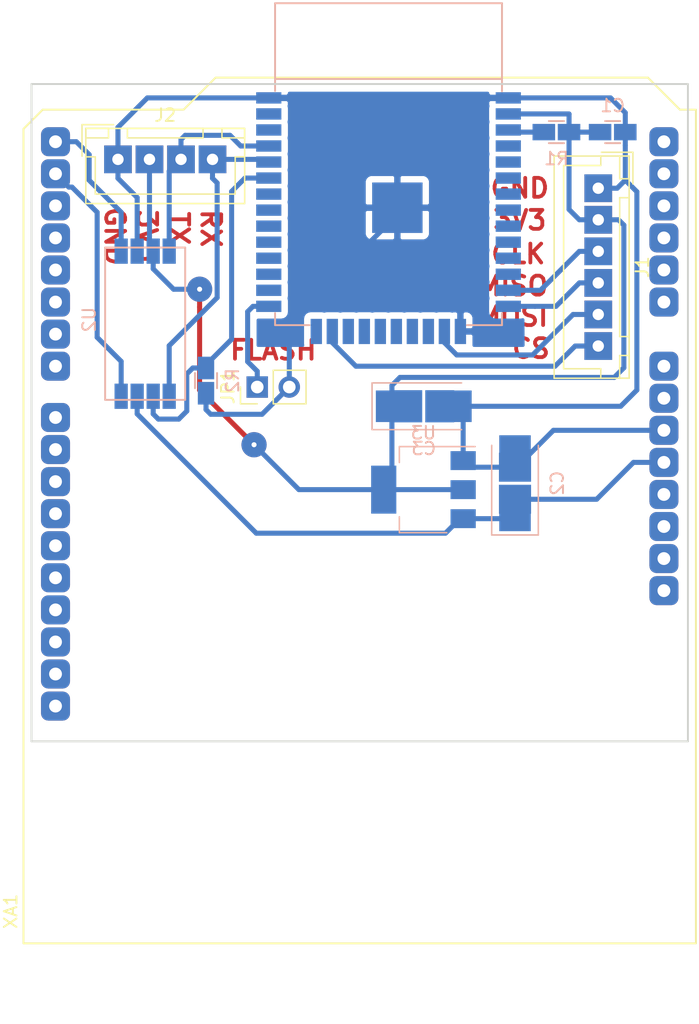
<source format=kicad_pcb>
(kicad_pcb (version 20171130) (host pcbnew "(5.0.0-rc2-dev-575-g4b3772c)")

  (general
    (thickness 1.6)
    (drawings 15)
    (tracks 131)
    (zones 0)
    (modules 12)
    (nets 67)
  )

  (page A4)
  (layers
    (0 F.Cu signal)
    (31 B.Cu signal)
    (32 B.Adhes user)
    (33 F.Adhes user)
    (34 B.Paste user)
    (35 F.Paste user)
    (36 B.SilkS user)
    (37 F.SilkS user)
    (38 B.Mask user)
    (39 F.Mask user)
    (40 Dwgs.User user)
    (41 Cmts.User user)
    (42 Eco1.User user)
    (43 Eco2.User user)
    (44 Edge.Cuts user)
    (45 Margin user)
    (46 B.CrtYd user)
    (47 F.CrtYd user)
    (48 B.Fab user)
    (49 F.Fab user)
  )

  (setup
    (last_trace_width 0.4)
    (trace_clearance 0.19)
    (zone_clearance 0.508)
    (zone_45_only no)
    (trace_min 0.2)
    (segment_width 0.2)
    (edge_width 0.15)
    (via_size 2)
    (via_drill 0.4)
    (via_min_size 0.4)
    (via_min_drill 0.3)
    (uvia_size 0.3)
    (uvia_drill 0.1)
    (uvias_allowed no)
    (uvia_min_size 0.2)
    (uvia_min_drill 0.1)
    (pcb_text_width 0.3)
    (pcb_text_size 1.5 1.5)
    (mod_edge_width 0.15)
    (mod_text_size 1 1)
    (mod_text_width 0.15)
    (pad_size 1.524 1.524)
    (pad_drill 0.762)
    (pad_to_mask_clearance 0.2)
    (aux_axis_origin 0 0)
    (visible_elements FFFFFF7F)
    (pcbplotparams
      (layerselection 0x010fc_ffffffff)
      (usegerberextensions false)
      (usegerberattributes false)
      (usegerberadvancedattributes false)
      (creategerberjobfile false)
      (excludeedgelayer true)
      (linewidth 0.100000)
      (plotframeref false)
      (viasonmask false)
      (mode 1)
      (useauxorigin false)
      (hpglpennumber 1)
      (hpglpenspeed 20)
      (hpglpendiameter 15)
      (psnegative false)
      (psa4output false)
      (plotreference true)
      (plotvalue true)
      (plotinvisibletext false)
      (padsonsilk false)
      (subtractmaskfromsilk false)
      (outputformat 1)
      (mirror false)
      (drillshape 1)
      (scaleselection 1)
      (outputdirectory ""))
  )

  (net 0 "")
  (net 1 GND)
  (net 2 "Net-(XA1-Pad3V3)")
  (net 3 "Net-(XA1-PadAREF)")
  (net 4 "Net-(XA1-PadSDA)")
  (net 5 "Net-(XA1-PadSCL)")
  (net 6 "Net-(J1-Pad5)")
  (net 7 "Net-(J1-Pad4)")
  (net 8 "Net-(J1-Pad3)")
  (net 9 +3V3)
  (net 10 "Net-(R1-Pad1)")
  (net 11 "Net-(U1-Pad4)")
  (net 12 "Net-(U1-Pad5)")
  (net 13 "Net-(U1-Pad6)")
  (net 14 "Net-(U1-Pad7)")
  (net 15 "Net-(U1-Pad8)")
  (net 16 "Net-(U1-Pad9)")
  (net 17 "Net-(U1-Pad10)")
  (net 18 "Net-(U1-Pad11)")
  (net 19 "Net-(U1-Pad12)")
  (net 20 "Net-(U1-Pad17)")
  (net 21 "Net-(U1-Pad18)")
  (net 22 "Net-(U1-Pad19)")
  (net 23 "Net-(U1-Pad20)")
  (net 24 "Net-(U1-Pad21)")
  (net 25 "Net-(U1-Pad22)")
  (net 26 "Net-(U1-Pad24)")
  (net 27 "Net-(JP1-Pad1)")
  (net 28 "Net-(U1-Pad26)")
  (net 29 "Net-(U1-Pad27)")
  (net 30 "Net-(U1-Pad28)")
  (net 31 "Net-(U1-Pad29)")
  (net 32 "Net-(U1-Pad30)")
  (net 33 "Net-(U1-Pad31)")
  (net 34 "Net-(U1-Pad32)")
  (net 35 "Net-(U1-Pad36)")
  (net 36 "Net-(U1-Pad37)")
  (net 37 +5V)
  (net 38 "Net-(XA1-PadVIN)")
  (net 39 "Net-(XA1-PadA0)")
  (net 40 "Net-(XA1-PadA1)")
  (net 41 "Net-(XA1-PadA2)")
  (net 42 "Net-(XA1-PadA3)")
  (net 43 "Net-(XA1-PadA4)")
  (net 44 "Net-(XA1-PadA5)")
  (net 45 "Net-(XA1-PadRST1)")
  (net 46 "Net-(XA1-PadIORF)")
  (net 47 "Net-(XA1-PadD2)")
  (net 48 "Net-(XA1-PadD3)")
  (net 49 "Net-(XA1-PadD4)")
  (net 50 "Net-(XA1-PadD5)")
  (net 51 "Net-(XA1-PadD6)")
  (net 52 "Net-(XA1-PadD7)")
  (net 53 "Net-(XA1-PadD8)")
  (net 54 "Net-(XA1-PadD9)")
  (net 55 "Net-(XA1-PadD10)")
  (net 56 "Net-(XA1-PadD13)")
  (net 57 "Net-(XA1-PadD12)")
  (net 58 "Net-(XA1-PadD11)")
  (net 59 "Net-(XA1-PadGND1)")
  (net 60 "Net-(XA1-PadGND3)")
  (net 61 "Net-(R2-Pad2)")
  (net 62 ARDUINO_RX)
  (net 63 ESP_TX)
  (net 64 ESP_RX)
  (net 65 ARDUINO_TX)
  (net 66 "Net-(J1-Pad6)")

  (net_class Default "This is the default net class."
    (clearance 0.19)
    (trace_width 0.4)
    (via_dia 2)
    (via_drill 0.4)
    (uvia_dia 0.3)
    (uvia_drill 0.1)
    (add_net +3V3)
    (add_net +5V)
    (add_net ARDUINO_RX)
    (add_net ARDUINO_TX)
    (add_net ESP_RX)
    (add_net ESP_TX)
    (add_net GND)
    (add_net "Net-(J1-Pad3)")
    (add_net "Net-(J1-Pad4)")
    (add_net "Net-(J1-Pad5)")
    (add_net "Net-(J1-Pad6)")
    (add_net "Net-(JP1-Pad1)")
    (add_net "Net-(R1-Pad1)")
    (add_net "Net-(R2-Pad2)")
    (add_net "Net-(U1-Pad10)")
    (add_net "Net-(U1-Pad11)")
    (add_net "Net-(U1-Pad12)")
    (add_net "Net-(U1-Pad17)")
    (add_net "Net-(U1-Pad18)")
    (add_net "Net-(U1-Pad19)")
    (add_net "Net-(U1-Pad20)")
    (add_net "Net-(U1-Pad21)")
    (add_net "Net-(U1-Pad22)")
    (add_net "Net-(U1-Pad24)")
    (add_net "Net-(U1-Pad26)")
    (add_net "Net-(U1-Pad27)")
    (add_net "Net-(U1-Pad28)")
    (add_net "Net-(U1-Pad29)")
    (add_net "Net-(U1-Pad30)")
    (add_net "Net-(U1-Pad31)")
    (add_net "Net-(U1-Pad32)")
    (add_net "Net-(U1-Pad36)")
    (add_net "Net-(U1-Pad37)")
    (add_net "Net-(U1-Pad4)")
    (add_net "Net-(U1-Pad5)")
    (add_net "Net-(U1-Pad6)")
    (add_net "Net-(U1-Pad7)")
    (add_net "Net-(U1-Pad8)")
    (add_net "Net-(U1-Pad9)")
    (add_net "Net-(XA1-Pad3V3)")
    (add_net "Net-(XA1-PadA0)")
    (add_net "Net-(XA1-PadA1)")
    (add_net "Net-(XA1-PadA2)")
    (add_net "Net-(XA1-PadA3)")
    (add_net "Net-(XA1-PadA4)")
    (add_net "Net-(XA1-PadA5)")
    (add_net "Net-(XA1-PadAREF)")
    (add_net "Net-(XA1-PadD10)")
    (add_net "Net-(XA1-PadD11)")
    (add_net "Net-(XA1-PadD12)")
    (add_net "Net-(XA1-PadD13)")
    (add_net "Net-(XA1-PadD2)")
    (add_net "Net-(XA1-PadD3)")
    (add_net "Net-(XA1-PadD4)")
    (add_net "Net-(XA1-PadD5)")
    (add_net "Net-(XA1-PadD6)")
    (add_net "Net-(XA1-PadD7)")
    (add_net "Net-(XA1-PadD8)")
    (add_net "Net-(XA1-PadD9)")
    (add_net "Net-(XA1-PadGND1)")
    (add_net "Net-(XA1-PadGND3)")
    (add_net "Net-(XA1-PadIORF)")
    (add_net "Net-(XA1-PadRST1)")
    (add_net "Net-(XA1-PadSCL)")
    (add_net "Net-(XA1-PadSDA)")
    (add_net "Net-(XA1-PadVIN)")
  )

  (module coddingtonbear/coddingtonbear.pretty:JST_XH_B06B-XH-A_06x2.50mm_Straight_LargePads (layer F.Cu) (tedit 5A888AF4) (tstamp 5B1E48A7)
    (at 161.798 81.915 270)
    (descr "JST XH series connector, B06B-XH-A, top entry type, through hole")
    (tags "connector jst xh tht top vertical 2.50mm")
    (path /5AEC243A)
    (fp_text reference J1 (at 6.25 -3.5 270) (layer F.SilkS)
      (effects (font (size 1 1) (thickness 0.15)))
    )
    (fp_text value HSPI (at 6.25 4.5 270) (layer F.Fab)
      (effects (font (size 1 1) (thickness 0.15)))
    )
    (fp_text user %R (at 6.25 2.5 270) (layer F.Fab)
      (effects (font (size 1 1) (thickness 0.15)))
    )
    (fp_line (start -2.85 -2.75) (end -2.85 -0.25) (layer F.Fab) (width 0.1))
    (fp_line (start -0.35 -2.75) (end -2.85 -2.75) (layer F.Fab) (width 0.1))
    (fp_line (start -2.85 -2.75) (end -2.85 -0.25) (layer F.SilkS) (width 0.12))
    (fp_line (start -0.35 -2.75) (end -2.85 -2.75) (layer F.SilkS) (width 0.12))
    (fp_line (start 14.3 2.75) (end 6.25 2.75) (layer F.SilkS) (width 0.12))
    (fp_line (start 14.3 -0.2) (end 14.3 2.75) (layer F.SilkS) (width 0.12))
    (fp_line (start 15.05 -0.2) (end 14.3 -0.2) (layer F.SilkS) (width 0.12))
    (fp_line (start -1.8 2.75) (end 6.25 2.75) (layer F.SilkS) (width 0.12))
    (fp_line (start -1.8 -0.2) (end -1.8 2.75) (layer F.SilkS) (width 0.12))
    (fp_line (start -2.55 -0.2) (end -1.8 -0.2) (layer F.SilkS) (width 0.12))
    (fp_line (start 15.05 -2.45) (end 13.25 -2.45) (layer F.SilkS) (width 0.12))
    (fp_line (start 15.05 -1.7) (end 15.05 -2.45) (layer F.SilkS) (width 0.12))
    (fp_line (start 13.25 -1.7) (end 15.05 -1.7) (layer F.SilkS) (width 0.12))
    (fp_line (start 13.25 -2.45) (end 13.25 -1.7) (layer F.SilkS) (width 0.12))
    (fp_line (start -0.75 -2.45) (end -2.55 -2.45) (layer F.SilkS) (width 0.12))
    (fp_line (start -0.75 -1.7) (end -0.75 -2.45) (layer F.SilkS) (width 0.12))
    (fp_line (start -2.55 -1.7) (end -0.75 -1.7) (layer F.SilkS) (width 0.12))
    (fp_line (start -2.55 -2.45) (end -2.55 -1.7) (layer F.SilkS) (width 0.12))
    (fp_line (start 11.75 -2.45) (end 0.75 -2.45) (layer F.SilkS) (width 0.12))
    (fp_line (start 11.75 -1.7) (end 11.75 -2.45) (layer F.SilkS) (width 0.12))
    (fp_line (start 0.75 -1.7) (end 11.75 -1.7) (layer F.SilkS) (width 0.12))
    (fp_line (start 0.75 -2.45) (end 0.75 -1.7) (layer F.SilkS) (width 0.12))
    (fp_line (start 15.05 -2.45) (end -2.55 -2.45) (layer F.SilkS) (width 0.12))
    (fp_line (start 15.05 3.5) (end 15.05 -2.45) (layer F.SilkS) (width 0.12))
    (fp_line (start -2.55 3.5) (end 15.05 3.5) (layer F.SilkS) (width 0.12))
    (fp_line (start -2.55 -2.45) (end -2.55 3.5) (layer F.SilkS) (width 0.12))
    (fp_line (start 15.4 -2.85) (end -2.95 -2.85) (layer F.CrtYd) (width 0.05))
    (fp_line (start 15.4 3.9) (end 15.4 -2.85) (layer F.CrtYd) (width 0.05))
    (fp_line (start -2.95 3.9) (end 15.4 3.9) (layer F.CrtYd) (width 0.05))
    (fp_line (start -2.95 -2.85) (end -2.95 3.9) (layer F.CrtYd) (width 0.05))
    (fp_line (start 14.95 -2.35) (end -2.45 -2.35) (layer F.Fab) (width 0.1))
    (fp_line (start 14.95 3.4) (end 14.95 -2.35) (layer F.Fab) (width 0.1))
    (fp_line (start -2.45 3.4) (end 14.95 3.4) (layer F.Fab) (width 0.1))
    (fp_line (start -2.45 -2.35) (end -2.45 3.4) (layer F.Fab) (width 0.1))
    (pad 6 thru_hole rect (at 12.5 0 270) (size 2.2 2.2) (drill 0.9) (layers *.Cu *.Mask)
      (net 66 "Net-(J1-Pad6)"))
    (pad 5 thru_hole rect (at 10 0 270) (size 2.2 2.2) (drill 0.9) (layers *.Cu *.Mask)
      (net 6 "Net-(J1-Pad5)"))
    (pad 4 thru_hole rect (at 7.5 0 270) (size 2.2 2.2) (drill 0.9) (layers *.Cu *.Mask)
      (net 7 "Net-(J1-Pad4)"))
    (pad 3 thru_hole rect (at 5 0 270) (size 2.2 2.2) (drill 0.9) (layers *.Cu *.Mask)
      (net 8 "Net-(J1-Pad3)"))
    (pad 2 thru_hole rect (at 2.5 0 270) (size 2.2 2.2) (drill 0.9) (layers *.Cu *.Mask)
      (net 9 +3V3))
    (pad 1 thru_hole rect (at 0 0 270) (size 2.2 2.2) (drill 0.9) (layers *.Cu *.Mask)
      (net 1 GND))
    (model Connectors_JST.3dshapes/JST_XH_B06B-XH-A_06x2.50mm_Straight.wrl
      (at (xyz 0 0 0))
      (scale (xyz 1 1 1))
      (rotate (xyz 0 0 0))
    )
  )

  (module Alarm-Siren/Arduino.pretty:Arduino_Uno_Shield_LargePads (layer F.Cu) (tedit 5AEBA0BD) (tstamp 5B1E1092)
    (at 169.545 141.732 90)
    (descr https://store.arduino.cc/arduino-uno-rev3)
    (path /5AEB697B)
    (fp_text reference XA1 (at 2.54 -54.356 90) (layer F.SilkS)
      (effects (font (size 1 1) (thickness 0.15)))
    )
    (fp_text value Arduino_Uno_Shield (at 15.494 -54.356 90) (layer F.Fab)
      (effects (font (size 1 1) (thickness 0.15)))
    )
    (fp_line (start 9.525 -32.385) (end -6.35 -32.385) (layer B.CrtYd) (width 0.15))
    (fp_line (start 9.525 -43.815) (end -6.35 -43.815) (layer B.CrtYd) (width 0.15))
    (fp_line (start 9.525 -43.815) (end 9.525 -32.385) (layer B.CrtYd) (width 0.15))
    (fp_line (start -6.35 -43.815) (end -6.35 -32.385) (layer B.CrtYd) (width 0.15))
    (fp_line (start 11.43 -12.065) (end 11.43 -3.175) (layer B.CrtYd) (width 0.15))
    (fp_line (start -1.905 -3.175) (end 11.43 -3.175) (layer B.CrtYd) (width 0.15))
    (fp_line (start -1.905 -12.065) (end -1.905 -3.175) (layer B.CrtYd) (width 0.15))
    (fp_line (start -1.905 -12.065) (end 11.43 -12.065) (layer B.CrtYd) (width 0.15))
    (fp_line (start 0 -53.34) (end 0 0) (layer F.SilkS) (width 0.15))
    (fp_line (start 66.04 -40.64) (end 66.04 -51.816) (layer F.SilkS) (width 0.15))
    (fp_line (start 68.58 -38.1) (end 66.04 -40.64) (layer F.SilkS) (width 0.15))
    (fp_line (start 68.58 -3.81) (end 68.58 -38.1) (layer F.SilkS) (width 0.15))
    (fp_line (start 66.04 -1.27) (end 68.58 -3.81) (layer F.SilkS) (width 0.15))
    (fp_line (start 66.04 0) (end 66.04 -1.27) (layer F.SilkS) (width 0.15))
    (fp_line (start 64.516 -53.34) (end 66.04 -51.816) (layer F.SilkS) (width 0.15))
    (fp_line (start 0 0) (end 66.04 0) (layer F.SilkS) (width 0.15))
    (fp_line (start 0 -53.34) (end 64.516 -53.34) (layer F.SilkS) (width 0.15))
    (pad A0 thru_hole roundrect (at 50.8 -2.54 90) (size 2.3 2.3) (drill 1.016) (layers *.Cu *.Mask)(roundrect_rratio 0.25)
      (net 39 "Net-(XA1-PadA0)"))
    (pad VIN thru_hole roundrect (at 45.72 -2.54 90) (size 2.3 2.3) (drill 1.016) (layers *.Cu *.Mask)(roundrect_rratio 0.25)
      (net 38 "Net-(XA1-PadVIN)"))
    (pad GND3 thru_hole roundrect (at 43.18 -2.54 90) (size 2.3 2.3) (drill 1.016) (layers *.Cu *.Mask)(roundrect_rratio 0.25)
      (net 60 "Net-(XA1-PadGND3)"))
    (pad GND2 thru_hole roundrect (at 40.64 -2.54 90) (size 2.3 2.3) (drill 1.016) (layers *.Cu *.Mask)(roundrect_rratio 0.25)
      (net 1 GND))
    (pad 5V1 thru_hole roundrect (at 38.1 -2.54 90) (size 2.3 2.3) (drill 1.016) (layers *.Cu *.Mask)(roundrect_rratio 0.25)
      (net 37 +5V))
    (pad 3V3 thru_hole roundrect (at 35.56 -2.54 90) (size 2.3 2.3) (drill 1.016) (layers *.Cu *.Mask)(roundrect_rratio 0.25)
      (net 2 "Net-(XA1-Pad3V3)"))
    (pad RST1 thru_hole roundrect (at 33.02 -2.54 90) (size 2.3 2.3) (drill 1.016) (layers *.Cu *.Mask)(roundrect_rratio 0.25)
      (net 45 "Net-(XA1-PadRST1)"))
    (pad IORF thru_hole roundrect (at 30.48 -2.54 90) (size 2.3 2.3) (drill 1.016) (layers *.Cu *.Mask)(roundrect_rratio 0.25)
      (net 46 "Net-(XA1-PadIORF)"))
    (pad D0 thru_hole roundrect (at 63.5 -50.8 90) (size 2.3 2.3) (drill 1.016) (layers *.Cu *.Mask)(roundrect_rratio 0.25)
      (net 62 ARDUINO_RX))
    (pad D1 thru_hole roundrect (at 60.96 -50.8 90) (size 2.3 2.3) (drill 1.016) (layers *.Cu *.Mask)(roundrect_rratio 0.25)
      (net 65 ARDUINO_TX))
    (pad D2 thru_hole roundrect (at 58.42 -50.8 90) (size 2.3 2.3) (drill 1.016) (layers *.Cu *.Mask)(roundrect_rratio 0.25)
      (net 47 "Net-(XA1-PadD2)"))
    (pad D3 thru_hole roundrect (at 55.88 -50.8 90) (size 2.3 2.3) (drill 1.016) (layers *.Cu *.Mask)(roundrect_rratio 0.25)
      (net 48 "Net-(XA1-PadD3)"))
    (pad D4 thru_hole roundrect (at 53.34 -50.8 90) (size 2.3 2.3) (drill 1.016) (layers *.Cu *.Mask)(roundrect_rratio 0.25)
      (net 49 "Net-(XA1-PadD4)"))
    (pad D5 thru_hole roundrect (at 50.8 -50.8 90) (size 2.3 2.3) (drill 1.016) (layers *.Cu *.Mask)(roundrect_rratio 0.25)
      (net 50 "Net-(XA1-PadD5)"))
    (pad D6 thru_hole roundrect (at 48.26 -50.8 90) (size 2.3 2.3) (drill 1.016) (layers *.Cu *.Mask)(roundrect_rratio 0.25)
      (net 51 "Net-(XA1-PadD6)"))
    (pad D7 thru_hole roundrect (at 45.72 -50.8 90) (size 2.3 2.3) (drill 1.016) (layers *.Cu *.Mask)(roundrect_rratio 0.25)
      (net 52 "Net-(XA1-PadD7)"))
    (pad GND1 thru_hole roundrect (at 26.416 -50.8 90) (size 2.3 2.3) (drill 1.016) (layers *.Cu *.Mask)(roundrect_rratio 0.25)
      (net 59 "Net-(XA1-PadGND1)"))
    (pad D8 thru_hole roundrect (at 41.656 -50.8 90) (size 2.3 2.3) (drill 1.016) (layers *.Cu *.Mask)(roundrect_rratio 0.25)
      (net 53 "Net-(XA1-PadD8)"))
    (pad D9 thru_hole roundrect (at 39.116 -50.8 90) (size 2.3 2.3) (drill 1.016) (layers *.Cu *.Mask)(roundrect_rratio 0.25)
      (net 54 "Net-(XA1-PadD9)"))
    (pad D10 thru_hole roundrect (at 36.576 -50.8 90) (size 2.3 2.3) (drill 1.016) (layers *.Cu *.Mask)(roundrect_rratio 0.25)
      (net 55 "Net-(XA1-PadD10)"))
    (pad SCL thru_hole roundrect (at 18.796 -50.8 90) (size 2.3 2.3) (drill 1.016) (layers *.Cu *.Mask)(roundrect_rratio 0.25)
      (net 5 "Net-(XA1-PadSCL)"))
    (pad SDA thru_hole roundrect (at 21.336 -50.8 90) (size 2.3 2.3) (drill 1.016) (layers *.Cu *.Mask)(roundrect_rratio 0.25)
      (net 4 "Net-(XA1-PadSDA)"))
    (pad AREF thru_hole roundrect (at 23.876 -50.8 90) (size 2.3 2.3) (drill 1.016) (layers *.Cu *.Mask)(roundrect_rratio 0.25)
      (net 3 "Net-(XA1-PadAREF)"))
    (pad D13 thru_hole roundrect (at 28.956 -50.8 90) (size 2.3 2.3) (drill 1.016) (layers *.Cu *.Mask)(roundrect_rratio 0.25)
      (net 56 "Net-(XA1-PadD13)"))
    (pad D12 thru_hole roundrect (at 31.496 -50.8 90) (size 2.3 2.3) (drill 1.016) (layers *.Cu *.Mask)(roundrect_rratio 0.25)
      (net 57 "Net-(XA1-PadD12)"))
    (pad D11 thru_hole roundrect (at 34.036 -50.8 90) (size 2.3 2.3) (drill 1.016) (layers *.Cu *.Mask)(roundrect_rratio 0.25)
      (net 58 "Net-(XA1-PadD11)"))
    (pad "" thru_hole roundrect (at 27.94 -2.54 90) (size 2.3 2.3) (drill 1.016) (layers *.Cu *.Mask)(roundrect_rratio 0.25))
    (pad A1 thru_hole roundrect (at 53.34 -2.54 90) (size 2.3 2.3) (drill 1.016) (layers *.Cu *.Mask)(roundrect_rratio 0.25)
      (net 40 "Net-(XA1-PadA1)"))
    (pad A2 thru_hole roundrect (at 55.88 -2.54 90) (size 2.3 2.3) (drill 1.016) (layers *.Cu *.Mask)(roundrect_rratio 0.25)
      (net 41 "Net-(XA1-PadA2)"))
    (pad A3 thru_hole roundrect (at 58.42 -2.54 90) (size 2.3 2.3) (drill 1.016) (layers *.Cu *.Mask)(roundrect_rratio 0.25)
      (net 42 "Net-(XA1-PadA3)"))
    (pad A4 thru_hole roundrect (at 60.96 -2.54 90) (size 2.3 2.3) (drill 1.016) (layers *.Cu *.Mask)(roundrect_rratio 0.25)
      (net 43 "Net-(XA1-PadA4)"))
    (pad A5 thru_hole roundrect (at 63.5 -2.54 90) (size 2.3 2.3) (drill 1.016) (layers *.Cu *.Mask)(roundrect_rratio 0.25)
      (net 44 "Net-(XA1-PadA5)"))
  )

  (module coddingtonbear/coddingtonbear.pretty:0805_Milling (layer B.Cu) (tedit 5A864972) (tstamp 5B1E2412)
    (at 130.683 97.155 90)
    (descr "Resistor SMD 0805, reflow soldering, Vishay (see dcrcw.pdf)")
    (tags "resistor 0805")
    (path /5AEBED22)
    (attr smd)
    (fp_text reference R2 (at 0 2.1 90) (layer B.SilkS)
      (effects (font (size 1 1) (thickness 0.15)) (justify mirror))
    )
    (fp_text value 10k (at 0 -2.1 90) (layer B.Fab)
      (effects (font (size 1 1) (thickness 0.15)) (justify mirror))
    )
    (fp_line (start -0.6 0.875) (end 0.6 0.875) (layer B.SilkS) (width 0.15))
    (fp_line (start 0.6 -0.875) (end -0.6 -0.875) (layer B.SilkS) (width 0.15))
    (pad 2 smd rect (at 1 0 90) (size 1.79 1.3) (layers B.Cu B.Paste B.Mask)
      (net 61 "Net-(R2-Pad2)"))
    (pad 1 smd rect (at -1 0 90) (size 1.79 1.3) (layers B.Cu B.Paste B.Mask)
      (net 1 GND))
    (model Resistors_SMD.3dshapes/R_0805.wrl
      (at (xyz 0 0 0))
      (scale (xyz 1 1 1))
      (rotate (xyz 0 0 0))
    )
  )

  (module coddingtonbear/coddingtonbear.pretty:0805_Milling (layer B.Cu) (tedit 5A864972) (tstamp 5B1E2404)
    (at 158.48 77.47)
    (descr "Resistor SMD 0805, reflow soldering, Vishay (see dcrcw.pdf)")
    (tags "resistor 0805")
    (path /5AEB7F08)
    (attr smd)
    (fp_text reference R1 (at 0 2.1) (layer B.SilkS)
      (effects (font (size 1 1) (thickness 0.15)) (justify mirror))
    )
    (fp_text value 10k (at 0 -2.1) (layer B.Fab)
      (effects (font (size 1 1) (thickness 0.15)) (justify mirror))
    )
    (fp_line (start 0.6 -0.875) (end -0.6 -0.875) (layer B.SilkS) (width 0.15))
    (fp_line (start -0.6 0.875) (end 0.6 0.875) (layer B.SilkS) (width 0.15))
    (pad 1 smd rect (at -1 0) (size 1.79 1.3) (layers B.Cu B.Paste B.Mask)
      (net 10 "Net-(R1-Pad1)"))
    (pad 2 smd rect (at 1 0) (size 1.79 1.3) (layers B.Cu B.Paste B.Mask)
      (net 9 +3V3))
    (model Resistors_SMD.3dshapes/R_0805.wrl
      (at (xyz 0 0 0))
      (scale (xyz 1 1 1))
      (rotate (xyz 0 0 0))
    )
  )

  (module coddingtonbear/coddingtonbear.pretty:0805_Milling (layer B.Cu) (tedit 5A864972) (tstamp 5B1E23FD)
    (at 162.941 77.47 180)
    (descr "Resistor SMD 0805, reflow soldering, Vishay (see dcrcw.pdf)")
    (tags "resistor 0805")
    (path /5AEB6D8C)
    (attr smd)
    (fp_text reference C1 (at 0 2.1 180) (layer B.SilkS)
      (effects (font (size 1 1) (thickness 0.15)) (justify mirror))
    )
    (fp_text value 0.1u (at 0 -2.1 180) (layer B.Fab)
      (effects (font (size 1 1) (thickness 0.15)) (justify mirror))
    )
    (fp_line (start -0.6 0.875) (end 0.6 0.875) (layer B.SilkS) (width 0.15))
    (fp_line (start 0.6 -0.875) (end -0.6 -0.875) (layer B.SilkS) (width 0.15))
    (pad 2 smd rect (at 1 0 180) (size 1.79 1.3) (layers B.Cu B.Paste B.Mask)
      (net 9 +3V3))
    (pad 1 smd rect (at -1 0 180) (size 1.79 1.3) (layers B.Cu B.Paste B.Mask)
      (net 1 GND))
    (model Resistors_SMD.3dshapes/R_0805.wrl
      (at (xyz 0 0 0))
      (scale (xyz 1 1 1))
      (rotate (xyz 0 0 0))
    )
  )

  (module coddingtonbear/coddingtonbear.pretty:CP_Tantalum_Case-C_EIA-6032-28_Milling (layer B.Cu) (tedit 5A8644B8) (tstamp 5B0555F2)
    (at 147.955 99.187)
    (descr "Tantalum capacitor, Case C, EIA 6032-28, 6.0x3.2x2.5mm, Reflow soldering footprint")
    (tags "capacitor tantalum smd")
    (path /5AEBA08E)
    (attr smd)
    (fp_text reference C3 (at 0 3.35) (layer B.SilkS)
      (effects (font (size 1 1) (thickness 0.15)) (justify mirror))
    )
    (fp_text value 1u (at 0 -3.35) (layer B.Fab)
      (effects (font (size 1 1) (thickness 0.15)) (justify mirror))
    )
    (fp_line (start -4.1 1.85) (end -4.1 -1.85) (layer B.SilkS) (width 0.12))
    (fp_line (start -4.1 -1.85) (end 3 -1.85) (layer B.SilkS) (width 0.12))
    (fp_line (start -4.1 1.85) (end 3 1.85) (layer B.SilkS) (width 0.12))
    (fp_line (start -2.1 1.6) (end -2.1 -1.6) (layer B.Fab) (width 0.1))
    (fp_line (start -2.4 1.6) (end -2.4 -1.6) (layer B.Fab) (width 0.1))
    (fp_line (start 3 1.6) (end -3 1.6) (layer B.Fab) (width 0.1))
    (fp_line (start 3 -1.6) (end 3 1.6) (layer B.Fab) (width 0.1))
    (fp_line (start -3 -1.6) (end 3 -1.6) (layer B.Fab) (width 0.1))
    (fp_line (start -3 1.6) (end -3 -1.6) (layer B.Fab) (width 0.1))
    (fp_line (start 4.2 2) (end -4.2 2) (layer B.CrtYd) (width 0.05))
    (fp_line (start 4.2 -2) (end 4.2 2) (layer B.CrtYd) (width 0.05))
    (fp_line (start -4.2 -2) (end 4.2 -2) (layer B.CrtYd) (width 0.05))
    (fp_line (start -4.2 2) (end -4.2 -2) (layer B.CrtYd) (width 0.05))
    (pad 2 smd rect (at 1.27 0) (size 2.3 2.55) (layers B.Cu B.Paste B.Mask)
      (net 1 GND))
    (pad 1 smd rect (at -1.27 0) (size 2.3 2.55) (layers B.Cu B.Paste B.Mask)
      (net 9 +3V3))
    (pad 2 smd rect (at 2.525 0) (size 2.55 2.5) (layers B.Cu B.Paste B.Mask)
      (net 1 GND))
    (pad 1 smd rect (at -2.525 0) (size 2.55 2.5) (layers B.Cu B.Paste B.Mask)
      (net 9 +3V3))
    (model Capacitors_Tantalum_SMD.3dshapes/CP_Tantalum_Case-C_EIA-6032-28.wrl
      (at (xyz 0 0 0))
      (scale (xyz 1 1 1))
      (rotate (xyz 0 0 0))
    )
  )

  (module coddingtonbear/coddingtonbear.pretty:CP_Tantalum_Case-C_EIA-6032-28_Milling (layer B.Cu) (tedit 5A8644B8) (tstamp 5B0555DD)
    (at 155.194 105.283 90)
    (descr "Tantalum capacitor, Case C, EIA 6032-28, 6.0x3.2x2.5mm, Reflow soldering footprint")
    (tags "capacitor tantalum smd")
    (path /5AEB9FEE)
    (attr smd)
    (fp_text reference C2 (at 0 3.35 90) (layer B.SilkS)
      (effects (font (size 1 1) (thickness 0.15)) (justify mirror))
    )
    (fp_text value 1u (at 0 -3.35 90) (layer B.Fab)
      (effects (font (size 1 1) (thickness 0.15)) (justify mirror))
    )
    (fp_line (start -4.2 2) (end -4.2 -2) (layer B.CrtYd) (width 0.05))
    (fp_line (start -4.2 -2) (end 4.2 -2) (layer B.CrtYd) (width 0.05))
    (fp_line (start 4.2 -2) (end 4.2 2) (layer B.CrtYd) (width 0.05))
    (fp_line (start 4.2 2) (end -4.2 2) (layer B.CrtYd) (width 0.05))
    (fp_line (start -3 1.6) (end -3 -1.6) (layer B.Fab) (width 0.1))
    (fp_line (start -3 -1.6) (end 3 -1.6) (layer B.Fab) (width 0.1))
    (fp_line (start 3 -1.6) (end 3 1.6) (layer B.Fab) (width 0.1))
    (fp_line (start 3 1.6) (end -3 1.6) (layer B.Fab) (width 0.1))
    (fp_line (start -2.4 1.6) (end -2.4 -1.6) (layer B.Fab) (width 0.1))
    (fp_line (start -2.1 1.6) (end -2.1 -1.6) (layer B.Fab) (width 0.1))
    (fp_line (start -4.1 1.85) (end 3 1.85) (layer B.SilkS) (width 0.12))
    (fp_line (start -4.1 -1.85) (end 3 -1.85) (layer B.SilkS) (width 0.12))
    (fp_line (start -4.1 1.85) (end -4.1 -1.85) (layer B.SilkS) (width 0.12))
    (pad 1 smd rect (at -2.525 0 90) (size 2.55 2.5) (layers B.Cu B.Paste B.Mask)
      (net 37 +5V))
    (pad 2 smd rect (at 2.525 0 90) (size 2.55 2.5) (layers B.Cu B.Paste B.Mask)
      (net 1 GND))
    (pad 1 smd rect (at -1.27 0 90) (size 2.3 2.55) (layers B.Cu B.Paste B.Mask)
      (net 37 +5V))
    (pad 2 smd rect (at 1.27 0 90) (size 2.3 2.55) (layers B.Cu B.Paste B.Mask)
      (net 1 GND))
    (model Capacitors_Tantalum_SMD.3dshapes/CP_Tantalum_Case-C_EIA-6032-28.wrl
      (at (xyz 0 0 0))
      (scale (xyz 1 1 1))
      (rotate (xyz 0 0 0))
    )
  )

  (module kicad-castellated-breakouts:SSOP8-1.27MM-CASTELLATED (layer B.Cu) (tedit 5A3B5D8D) (tstamp 5B475E87)
    (at 125.222 92.329 270)
    (path /5AEB722B)
    (fp_text reference U2 (at 0 3.81 270) (layer B.SilkS)
      (effects (font (size 1 1) (thickness 0.15)) (justify mirror))
    )
    (fp_text value TXS0102-DIL (at 0 -5.08 270) (layer B.Fab)
      (effects (font (size 1 1) (thickness 0.15)) (justify mirror))
    )
    (fp_line (start -5.715 2.54) (end 6.35 2.54) (layer B.SilkS) (width 0.15))
    (fp_line (start 6.35 2.54) (end 6.35 -3.81) (layer B.SilkS) (width 0.15))
    (fp_line (start 6.35 -3.81) (end -5.715 -3.81) (layer B.SilkS) (width 0.15))
    (fp_line (start -5.715 -3.81) (end -5.715 2.54) (layer B.SilkS) (width 0.15))
    (pad 1 smd rect (at -5.43 1.27 270) (size 2 1.05) (layers B.Cu B.Paste B.Mask)
      (net 62 ARDUINO_RX))
    (pad 2 smd rect (at -5.43 0 270) (size 2 1.05) (layers B.Cu B.Paste B.Mask)
      (net 1 GND))
    (pad 3 smd rect (at -5.43 -1.27 270) (size 2 1.05) (layers B.Cu B.Paste B.Mask)
      (net 9 +3V3))
    (pad 4 smd rect (at -5.43 -2.54 270) (size 2 1.05) (layers B.Cu B.Paste B.Mask)
      (net 63 ESP_TX))
    (pad 5 smd rect (at 6.065 -2.54 270) (size 2 1.05) (layers B.Cu B.Paste B.Mask)
      (net 64 ESP_RX))
    (pad 6 smd rect (at 6.065 -1.27 270) (size 2 1.05) (layers B.Cu B.Paste B.Mask)
      (net 61 "Net-(R2-Pad2)"))
    (pad 7 smd rect (at 6.065 0 270) (size 2 1.05) (layers B.Cu B.Paste B.Mask)
      (net 37 +5V))
    (pad 8 smd rect (at 6.065 1.27 270) (size 2 1.05) (layers B.Cu B.Paste B.Mask)
      (net 65 ARDUINO_TX))
  )

  (module KiCad/Pin_Headers.pretty:Pin_Header_Straight_1x02_Pitch2.54mm (layer F.Cu) (tedit 59650532) (tstamp 5B353925)
    (at 134.747 97.663 90)
    (descr "Through hole straight pin header, 1x02, 2.54mm pitch, single row")
    (tags "Through hole pin header THT 1x02 2.54mm single row")
    (path /5AEBA2C7)
    (fp_text reference JP1 (at 0 -2.33 90) (layer F.SilkS)
      (effects (font (size 1 1) (thickness 0.15)))
    )
    (fp_text value Jumper (at 0 4.87 90) (layer F.Fab)
      (effects (font (size 1 1) (thickness 0.15)))
    )
    (fp_line (start -0.635 -1.27) (end 1.27 -1.27) (layer F.Fab) (width 0.1))
    (fp_line (start 1.27 -1.27) (end 1.27 3.81) (layer F.Fab) (width 0.1))
    (fp_line (start 1.27 3.81) (end -1.27 3.81) (layer F.Fab) (width 0.1))
    (fp_line (start -1.27 3.81) (end -1.27 -0.635) (layer F.Fab) (width 0.1))
    (fp_line (start -1.27 -0.635) (end -0.635 -1.27) (layer F.Fab) (width 0.1))
    (fp_line (start -1.33 3.87) (end 1.33 3.87) (layer F.SilkS) (width 0.12))
    (fp_line (start -1.33 1.27) (end -1.33 3.87) (layer F.SilkS) (width 0.12))
    (fp_line (start 1.33 1.27) (end 1.33 3.87) (layer F.SilkS) (width 0.12))
    (fp_line (start -1.33 1.27) (end 1.33 1.27) (layer F.SilkS) (width 0.12))
    (fp_line (start -1.33 0) (end -1.33 -1.33) (layer F.SilkS) (width 0.12))
    (fp_line (start -1.33 -1.33) (end 0 -1.33) (layer F.SilkS) (width 0.12))
    (fp_line (start -1.8 -1.8) (end -1.8 4.35) (layer F.CrtYd) (width 0.05))
    (fp_line (start -1.8 4.35) (end 1.8 4.35) (layer F.CrtYd) (width 0.05))
    (fp_line (start 1.8 4.35) (end 1.8 -1.8) (layer F.CrtYd) (width 0.05))
    (fp_line (start 1.8 -1.8) (end -1.8 -1.8) (layer F.CrtYd) (width 0.05))
    (fp_text user %R (at 0 1.27 -180) (layer F.Fab)
      (effects (font (size 1 1) (thickness 0.15)))
    )
    (pad 1 thru_hole rect (at 0 0 90) (size 1.7 1.7) (drill 1) (layers *.Cu *.Mask)
      (net 27 "Net-(JP1-Pad1)"))
    (pad 2 thru_hole oval (at 0 2.54 90) (size 1.7 1.7) (drill 1) (layers *.Cu *.Mask)
      (net 1 GND))
    (model ${KISYS3DMOD}/Pin_Headers.3dshapes/Pin_Header_Straight_1x02_Pitch2.54mm.wrl
      (at (xyz 0 0 0))
      (scale (xyz 1 1 1))
      (rotate (xyz 0 0 0))
    )
  )

  (module KiCad/TO_SOT_Packages_SMD.pretty:SOT-223-3_TabPin2 (layer B.Cu) (tedit 58CE4E7E) (tstamp 5B35390F)
    (at 147.93 105.791 180)
    (descr "module CMS SOT223 4 pins")
    (tags "CMS SOT")
    (path /5AEB6B5D)
    (attr smd)
    (fp_text reference U3 (at 0 4.5 180) (layer B.SilkS)
      (effects (font (size 1 1) (thickness 0.15)) (justify mirror))
    )
    (fp_text value AP1117-15 (at 0 -4.5 180) (layer B.Fab)
      (effects (font (size 1 1) (thickness 0.15)) (justify mirror))
    )
    (fp_text user %R (at 0 0 90) (layer B.Fab)
      (effects (font (size 0.8 0.8) (thickness 0.12)) (justify mirror))
    )
    (fp_line (start 1.91 -3.41) (end 1.91 -2.15) (layer B.SilkS) (width 0.12))
    (fp_line (start 1.91 3.41) (end 1.91 2.15) (layer B.SilkS) (width 0.12))
    (fp_line (start 4.4 3.6) (end -4.4 3.6) (layer B.CrtYd) (width 0.05))
    (fp_line (start 4.4 -3.6) (end 4.4 3.6) (layer B.CrtYd) (width 0.05))
    (fp_line (start -4.4 -3.6) (end 4.4 -3.6) (layer B.CrtYd) (width 0.05))
    (fp_line (start -4.4 3.6) (end -4.4 -3.6) (layer B.CrtYd) (width 0.05))
    (fp_line (start -1.85 2.35) (end -0.85 3.35) (layer B.Fab) (width 0.1))
    (fp_line (start -1.85 2.35) (end -1.85 -3.35) (layer B.Fab) (width 0.1))
    (fp_line (start -1.85 -3.41) (end 1.91 -3.41) (layer B.SilkS) (width 0.12))
    (fp_line (start -0.85 3.35) (end 1.85 3.35) (layer B.Fab) (width 0.1))
    (fp_line (start -4.1 3.41) (end 1.91 3.41) (layer B.SilkS) (width 0.12))
    (fp_line (start -1.85 -3.35) (end 1.85 -3.35) (layer B.Fab) (width 0.1))
    (fp_line (start 1.85 3.35) (end 1.85 -3.35) (layer B.Fab) (width 0.1))
    (pad 2 smd rect (at 3.15 0 180) (size 2 3.8) (layers B.Cu B.Paste B.Mask)
      (net 9 +3V3))
    (pad 2 smd rect (at -3.15 0 180) (size 2 1.5) (layers B.Cu B.Paste B.Mask)
      (net 9 +3V3))
    (pad 3 smd rect (at -3.15 -2.3 180) (size 2 1.5) (layers B.Cu B.Paste B.Mask)
      (net 37 +5V))
    (pad 1 smd rect (at -3.15 2.3 180) (size 2 1.5) (layers B.Cu B.Paste B.Mask)
      (net 1 GND))
    (model ${KISYS3DMOD}/TO_SOT_Packages_SMD.3dshapes/SOT-223.wrl
      (at (xyz 0 0 0))
      (scale (xyz 1 1 1))
      (rotate (xyz 0 0 0))
    )
  )

  (module adamgreig/agg-kicad/agg.pretty:ESP-WROOM-32 (layer B.Cu) (tedit 5912E547) (tstamp 5B3538F9)
    (at 145.161 80.01 270)
    (path /5AEB614E)
    (attr smd)
    (fp_text reference U1 (at 0 11.525 270) (layer B.Fab)
      (effects (font (size 1 1) (thickness 0.15)) (justify mirror))
    )
    (fp_text value ESP-32S (at 0 -11.7 270) (layer B.Fab)
      (effects (font (size 1 1) (thickness 0.15)) (justify mirror))
    )
    (fp_line (start -12.75 9) (end -12.75 -9) (layer B.SilkS) (width 0.15))
    (fp_line (start -5.8 9) (end -12.75 9) (layer B.SilkS) (width 0.15))
    (fp_line (start 12.75 -9) (end 12.75 -6.225) (layer B.SilkS) (width 0.15))
    (fp_line (start -12.75 -9) (end -5.775 -9) (layer B.SilkS) (width 0.15))
    (fp_line (start -6.75 -9) (end -6.75 9) (layer B.SilkS) (width 0.15))
    (fp_line (start -13 10.75) (end 14.5 10.75) (layer B.CrtYd) (width 0.01))
    (fp_line (start 14.5 10.75) (end 14.5 -10.75) (layer B.CrtYd) (width 0.01))
    (fp_line (start 14.5 -10.75) (end -13 -10.75) (layer B.CrtYd) (width 0.01))
    (fp_line (start -13 -10.75) (end -13 10.75) (layer B.CrtYd) (width 0.01))
    (fp_line (start 12.75 -9) (end 12.75 9) (layer B.Fab) (width 0.01))
    (fp_line (start -6.75 -9) (end -6.75 9) (layer B.Fab) (width 0.01))
    (fp_line (start -12.75 -9) (end 12.75 -9) (layer B.Fab) (width 0.01))
    (fp_line (start -12.75 9) (end -12.75 -9) (layer B.Fab) (width 0.01))
    (fp_line (start 12.75 9) (end -12.75 9) (layer B.Fab) (width 0.01))
    (fp_text user Antenna (at -10 0 180) (layer B.Fab)
      (effects (font (size 1 1) (thickness 0.15)) (justify mirror))
    )
    (fp_line (start 11.8 9) (end 12.75 9) (layer B.SilkS) (width 0.15))
    (fp_line (start 12.75 9) (end 12.75 6.275) (layer B.SilkS) (width 0.15))
    (fp_line (start 11.8 -9) (end 12.75 -9) (layer B.SilkS) (width 0.15))
    (pad 1 smd rect (at -5.25 -9 270) (size 0.9 2) (drill (offset 0 -0.5)) (layers B.Cu B.Paste B.Mask)
      (net 1 GND))
    (pad 15 smd rect (at 12.75 -5.7 180) (size 0.9 2) (drill (offset 0 -0.5)) (layers B.Cu B.Paste B.Mask)
      (net 1 GND))
    (pad 2 smd rect (at -3.98 -9 270) (size 0.9 2) (drill (offset 0 -0.5)) (layers B.Cu B.Paste B.Mask)
      (net 9 +3V3))
    (pad 3 smd rect (at -2.71 -9 270) (size 0.9 2) (drill (offset 0 -0.5)) (layers B.Cu B.Paste B.Mask)
      (net 10 "Net-(R1-Pad1)"))
    (pad 4 smd rect (at -1.44 -9 270) (size 0.9 2) (drill (offset 0 -0.5)) (layers B.Cu B.Paste B.Mask)
      (net 11 "Net-(U1-Pad4)"))
    (pad 5 smd rect (at -0.17 -9 270) (size 0.9 2) (drill (offset 0 -0.5)) (layers B.Cu B.Paste B.Mask)
      (net 12 "Net-(U1-Pad5)"))
    (pad 6 smd rect (at 1.1 -9 270) (size 0.9 2) (drill (offset 0 -0.5)) (layers B.Cu B.Paste B.Mask)
      (net 13 "Net-(U1-Pad6)"))
    (pad 7 smd rect (at 2.37 -9 270) (size 0.9 2) (drill (offset 0 -0.5)) (layers B.Cu B.Paste B.Mask)
      (net 14 "Net-(U1-Pad7)"))
    (pad 8 smd rect (at 3.64 -9 270) (size 0.9 2) (drill (offset 0 -0.5)) (layers B.Cu B.Paste B.Mask)
      (net 15 "Net-(U1-Pad8)"))
    (pad 9 smd rect (at 4.91 -9 270) (size 0.9 2) (drill (offset 0 -0.5)) (layers B.Cu B.Paste B.Mask)
      (net 16 "Net-(U1-Pad9)"))
    (pad 10 smd rect (at 6.18 -9 270) (size 0.9 2) (drill (offset 0 -0.5)) (layers B.Cu B.Paste B.Mask)
      (net 17 "Net-(U1-Pad10)"))
    (pad 11 smd rect (at 7.45 -9 270) (size 0.9 2) (drill (offset 0 -0.5)) (layers B.Cu B.Paste B.Mask)
      (net 18 "Net-(U1-Pad11)"))
    (pad 12 smd rect (at 8.72 -9 270) (size 0.9 2) (drill (offset 0 -0.5)) (layers B.Cu B.Paste B.Mask)
      (net 19 "Net-(U1-Pad12)"))
    (pad 13 smd rect (at 9.99 -9 270) (size 0.9 2) (drill (offset 0 -0.5)) (layers B.Cu B.Paste B.Mask)
      (net 8 "Net-(J1-Pad3)"))
    (pad 14 smd rect (at 11.26 -9 270) (size 0.9 2) (drill (offset 0 -0.5)) (layers B.Cu B.Paste B.Mask)
      (net 7 "Net-(J1-Pad4)"))
    (pad 16 smd rect (at 12.75 -4.43 180) (size 0.9 2) (drill (offset 0 -0.5)) (layers B.Cu B.Paste B.Mask)
      (net 6 "Net-(J1-Pad5)"))
    (pad 17 smd rect (at 12.75 -3.16 180) (size 0.9 2) (drill (offset 0 -0.5)) (layers B.Cu B.Paste B.Mask)
      (net 20 "Net-(U1-Pad17)"))
    (pad 18 smd rect (at 12.75 -1.89 180) (size 0.9 2) (drill (offset 0 -0.5)) (layers B.Cu B.Paste B.Mask)
      (net 21 "Net-(U1-Pad18)"))
    (pad 19 smd rect (at 12.75 -0.62 180) (size 0.9 2) (drill (offset 0 -0.5)) (layers B.Cu B.Paste B.Mask)
      (net 22 "Net-(U1-Pad19)"))
    (pad 20 smd rect (at 12.75 0.65 180) (size 0.9 2) (drill (offset 0 -0.5)) (layers B.Cu B.Paste B.Mask)
      (net 23 "Net-(U1-Pad20)"))
    (pad 21 smd rect (at 12.75 1.92 180) (size 0.9 2) (drill (offset 0 -0.5)) (layers B.Cu B.Paste B.Mask)
      (net 24 "Net-(U1-Pad21)"))
    (pad 22 smd rect (at 12.75 3.19 180) (size 0.9 2) (drill (offset 0 -0.5)) (layers B.Cu B.Paste B.Mask)
      (net 25 "Net-(U1-Pad22)"))
    (pad 23 smd rect (at 12.75 4.46 180) (size 0.9 2) (drill (offset 0 -0.5)) (layers B.Cu B.Paste B.Mask)
      (net 66 "Net-(J1-Pad6)"))
    (pad 24 smd rect (at 12.75 5.73 180) (size 0.9 2) (drill (offset 0 -0.5)) (layers B.Cu B.Paste B.Mask)
      (net 26 "Net-(U1-Pad24)"))
    (pad 25 smd rect (at 11.26 9 90) (size 0.9 2) (drill (offset 0 -0.5)) (layers B.Cu B.Paste B.Mask)
      (net 27 "Net-(JP1-Pad1)"))
    (pad 26 smd rect (at 9.99 9 90) (size 0.9 2) (drill (offset 0 -0.5)) (layers B.Cu B.Paste B.Mask)
      (net 28 "Net-(U1-Pad26)"))
    (pad 27 smd rect (at 8.72 9 90) (size 0.9 2) (drill (offset 0 -0.5)) (layers B.Cu B.Paste B.Mask)
      (net 29 "Net-(U1-Pad27)"))
    (pad 28 smd rect (at 7.45 9 90) (size 0.9 2) (drill (offset 0 -0.5)) (layers B.Cu B.Paste B.Mask)
      (net 30 "Net-(U1-Pad28)"))
    (pad 29 smd rect (at 6.18 9 90) (size 0.9 2) (drill (offset 0 -0.5)) (layers B.Cu B.Paste B.Mask)
      (net 31 "Net-(U1-Pad29)"))
    (pad 30 smd rect (at 4.91 9 90) (size 0.9 2) (drill (offset 0 -0.5)) (layers B.Cu B.Paste B.Mask)
      (net 32 "Net-(U1-Pad30)"))
    (pad 31 smd rect (at 3.64 9 90) (size 0.9 2) (drill (offset 0 -0.5)) (layers B.Cu B.Paste B.Mask)
      (net 33 "Net-(U1-Pad31)"))
    (pad 32 smd rect (at 2.37 9 90) (size 0.9 2) (drill (offset 0 -0.5)) (layers B.Cu B.Paste B.Mask)
      (net 34 "Net-(U1-Pad32)"))
    (pad 33 smd rect (at 1.1 9 90) (size 0.9 2) (drill (offset 0 -0.5)) (layers B.Cu B.Paste B.Mask)
      (net 61 "Net-(R2-Pad2)"))
    (pad 34 smd rect (at -0.17 9 90) (size 0.9 2) (drill (offset 0 -0.5)) (layers B.Cu B.Paste B.Mask)
      (net 64 ESP_RX))
    (pad 35 smd rect (at -1.44 9 90) (size 0.9 2) (drill (offset 0 -0.5)) (layers B.Cu B.Paste B.Mask)
      (net 63 ESP_TX))
    (pad 36 smd rect (at -2.71 9 90) (size 0.9 2) (drill (offset 0 -0.5)) (layers B.Cu B.Paste B.Mask)
      (net 35 "Net-(U1-Pad36)"))
    (pad 37 smd rect (at -3.98 9 90) (size 0.9 2) (drill (offset 0 -0.5)) (layers B.Cu B.Paste B.Mask)
      (net 36 "Net-(U1-Pad37)"))
    (pad 38 smd rect (at -5.25 9 90) (size 0.9 2) (drill (offset 0 -0.5)) (layers B.Cu B.Paste B.Mask)
      (net 1 GND))
    (pad 39 smd rect (at 3.45 -1.2 90) (size 4 4) (drill (offset 0 -0.5)) (layers B.Cu B.Paste B.Mask)
      (net 1 GND))
  )

  (module coddingtonbear:JST_XH_B04B-XH-A_04x2.50mm_Straight_LargePads (layer F.Cu) (tedit 5A888AD4) (tstamp 5B1E2761)
    (at 123.698 79.629)
    (descr "JST XH series connector, B04B-XH-A, top entry type, through hole")
    (tags "connector jst xh tht top vertical 2.50mm")
    (path /5AEB8890)
    (fp_text reference J2 (at 3.75 -3.5) (layer F.SilkS)
      (effects (font (size 1 1) (thickness 0.15)))
    )
    (fp_text value Prog (at 3.75 4.5) (layer F.Fab)
      (effects (font (size 1 1) (thickness 0.15)))
    )
    (fp_text user %R (at 3.75 2.5) (layer F.Fab)
      (effects (font (size 1 1) (thickness 0.15)))
    )
    (fp_line (start -2.85 -2.75) (end -2.85 -0.25) (layer F.Fab) (width 0.1))
    (fp_line (start -0.35 -2.75) (end -2.85 -2.75) (layer F.Fab) (width 0.1))
    (fp_line (start -2.85 -2.75) (end -2.85 -0.25) (layer F.SilkS) (width 0.12))
    (fp_line (start -0.35 -2.75) (end -2.85 -2.75) (layer F.SilkS) (width 0.12))
    (fp_line (start 9.3 2.75) (end 3.75 2.75) (layer F.SilkS) (width 0.12))
    (fp_line (start 9.3 -0.2) (end 9.3 2.75) (layer F.SilkS) (width 0.12))
    (fp_line (start 10.05 -0.2) (end 9.3 -0.2) (layer F.SilkS) (width 0.12))
    (fp_line (start -1.8 2.75) (end 3.75 2.75) (layer F.SilkS) (width 0.12))
    (fp_line (start -1.8 -0.2) (end -1.8 2.75) (layer F.SilkS) (width 0.12))
    (fp_line (start -2.55 -0.2) (end -1.8 -0.2) (layer F.SilkS) (width 0.12))
    (fp_line (start 10.05 -2.45) (end 8.25 -2.45) (layer F.SilkS) (width 0.12))
    (fp_line (start 10.05 -1.7) (end 10.05 -2.45) (layer F.SilkS) (width 0.12))
    (fp_line (start 8.25 -1.7) (end 10.05 -1.7) (layer F.SilkS) (width 0.12))
    (fp_line (start 8.25 -2.45) (end 8.25 -1.7) (layer F.SilkS) (width 0.12))
    (fp_line (start -0.75 -2.45) (end -2.55 -2.45) (layer F.SilkS) (width 0.12))
    (fp_line (start -0.75 -1.7) (end -0.75 -2.45) (layer F.SilkS) (width 0.12))
    (fp_line (start -2.55 -1.7) (end -0.75 -1.7) (layer F.SilkS) (width 0.12))
    (fp_line (start -2.55 -2.45) (end -2.55 -1.7) (layer F.SilkS) (width 0.12))
    (fp_line (start 6.75 -2.45) (end 0.75 -2.45) (layer F.SilkS) (width 0.12))
    (fp_line (start 6.75 -1.7) (end 6.75 -2.45) (layer F.SilkS) (width 0.12))
    (fp_line (start 0.75 -1.7) (end 6.75 -1.7) (layer F.SilkS) (width 0.12))
    (fp_line (start 0.75 -2.45) (end 0.75 -1.7) (layer F.SilkS) (width 0.12))
    (fp_line (start 10.05 -2.45) (end -2.55 -2.45) (layer F.SilkS) (width 0.12))
    (fp_line (start 10.05 3.5) (end 10.05 -2.45) (layer F.SilkS) (width 0.12))
    (fp_line (start -2.55 3.5) (end 10.05 3.5) (layer F.SilkS) (width 0.12))
    (fp_line (start -2.55 -2.45) (end -2.55 3.5) (layer F.SilkS) (width 0.12))
    (fp_line (start 10.4 -2.85) (end -2.95 -2.85) (layer F.CrtYd) (width 0.05))
    (fp_line (start 10.4 3.9) (end 10.4 -2.85) (layer F.CrtYd) (width 0.05))
    (fp_line (start -2.95 3.9) (end 10.4 3.9) (layer F.CrtYd) (width 0.05))
    (fp_line (start -2.95 -2.85) (end -2.95 3.9) (layer F.CrtYd) (width 0.05))
    (fp_line (start 9.95 -2.35) (end -2.45 -2.35) (layer F.Fab) (width 0.1))
    (fp_line (start 9.95 3.4) (end 9.95 -2.35) (layer F.Fab) (width 0.1))
    (fp_line (start -2.45 3.4) (end 9.95 3.4) (layer F.Fab) (width 0.1))
    (fp_line (start -2.45 -2.35) (end -2.45 3.4) (layer F.Fab) (width 0.1))
    (pad 4 thru_hole rect (at 7.5 0) (size 2.2 2.2) (drill 0.9) (layers *.Cu *.Mask)
      (net 64 ESP_RX))
    (pad 3 thru_hole rect (at 5 0) (size 2.2 2.2) (drill 0.9) (layers *.Cu *.Mask)
      (net 63 ESP_TX))
    (pad 2 thru_hole rect (at 2.5 0) (size 2.2 2.2) (drill 0.9) (layers *.Cu *.Mask)
      (net 9 +3V3))
    (pad 1 thru_hole rect (at 0 0) (size 2.2 2.2) (drill 0.9) (layers *.Cu *.Mask)
      (net 1 GND))
    (model Connectors_JST.3dshapes/JST_XH_B04B-XH-A_04x2.50mm_Straight.wrl
      (at (xyz 0 0 0))
      (scale (xyz 1 1 1))
      (rotate (xyz 0 0 0))
    )
  )

  (gr_text CS (at 156.464 94.615) (layer F.Cu)
    (effects (font (size 1.5 1.5) (thickness 0.3)))
  )
  (gr_text FLASH (at 136.017 94.742) (layer F.Cu)
    (effects (font (size 1.5 1.5) (thickness 0.3)))
  )
  (gr_text MOSI (at 155.067 92.075) (layer F.Cu)
    (effects (font (size 1.5 1.5) (thickness 0.3)))
  )
  (gr_text MISO (at 155.067 89.662) (layer F.Cu)
    (effects (font (size 1.5 1.5) (thickness 0.3)))
  )
  (gr_text CLK (at 155.448 87.122) (layer F.Cu)
    (effects (font (size 1.5 1.5) (thickness 0.3)))
  )
  (gr_text GND (at 123.444 85.725 270) (layer F.Cu)
    (effects (font (size 1.5 1.5) (thickness 0.3)))
  )
  (gr_text 3V3 (at 125.984 85.725 270) (layer F.Cu)
    (effects (font (size 1.5 1.5) (thickness 0.3)))
  )
  (gr_text TX (at 128.524 85.09 270) (layer F.Cu)
    (effects (font (size 1.5 1.5) (thickness 0.3)))
  )
  (gr_text RX (at 131.064 85.09 270) (layer F.Cu)
    (effects (font (size 1.5 1.5) (thickness 0.3)))
  )
  (gr_text 3V3 (at 155.575 84.455) (layer F.Cu)
    (effects (font (size 1.5 1.5) (thickness 0.3)))
  )
  (gr_text GND (at 155.575 81.915) (layer F.Cu)
    (effects (font (size 1.5 1.5) (thickness 0.3)))
  )
  (gr_line (start 168.91 125.73) (end 116.84 125.73) (layer Edge.Cuts) (width 0.15))
  (gr_line (start 168.91 73.66) (end 116.84 73.66) (layer Edge.Cuts) (width 0.15))
  (gr_line (start 116.84 73.66) (end 116.84 125.73) (layer Edge.Cuts) (width 0.15))
  (gr_line (start 168.91 73.66) (end 168.91 125.73) (layer Edge.Cuts) (width 0.15))

  (segment (start 136.161 74.76) (end 126.027 74.76) (width 0.4) (layer B.Cu) (net 1))
  (segment (start 123.698 77.089) (end 123.698 79.629) (width 0.4) (layer B.Cu) (net 1))
  (segment (start 126.027 74.76) (end 123.698 77.089) (width 0.4) (layer B.Cu) (net 1))
  (segment (start 154.161 74.76) (end 162.771 74.76) (width 0.4) (layer B.Cu) (net 1))
  (segment (start 163.941 75.93) (end 163.941 77.47) (width 0.4) (layer B.Cu) (net 1))
  (segment (start 162.771 74.76) (end 163.941 75.93) (width 0.4) (layer B.Cu) (net 1))
  (segment (start 163.941 78.52) (end 163.941 77.47) (width 0.4) (layer B.Cu) (net 1))
  (segment (start 163.941 81.272) (end 163.941 78.52) (width 0.4) (layer B.Cu) (net 1))
  (segment (start 163.298 81.915) (end 163.941 81.272) (width 0.4) (layer B.Cu) (net 1))
  (segment (start 161.798 81.915) (end 163.298 81.915) (width 0.4) (layer B.Cu) (net 1))
  (segment (start 125.222 82.653) (end 125.222 86.899) (width 0.4) (layer B.Cu) (net 1))
  (segment (start 123.698 81.129) (end 125.222 82.653) (width 0.4) (layer B.Cu) (net 1))
  (segment (start 123.698 79.629) (end 123.698 81.129) (width 0.4) (layer B.Cu) (net 1))
  (segment (start 151.08 99.787) (end 150.48 99.187) (width 0.4) (layer B.Cu) (net 1))
  (segment (start 151.08 103.491) (end 151.08 99.787) (width 0.4) (layer B.Cu) (net 1))
  (segment (start 151.602 104.013) (end 151.08 103.491) (width 0.4) (layer B.Cu) (net 1))
  (segment (start 155.194 104.013) (end 151.602 104.013) (width 0.4) (layer B.Cu) (net 1))
  (segment (start 165.755 101.092) (end 167.005 101.092) (width 0.4) (layer B.Cu) (net 1))
  (segment (start 158.24 101.092) (end 165.755 101.092) (width 0.4) (layer B.Cu) (net 1))
  (segment (start 155.319 104.013) (end 158.24 101.092) (width 0.4) (layer B.Cu) (net 1))
  (segment (start 155.194 104.013) (end 155.319 104.013) (width 0.4) (layer B.Cu) (net 1))
  (segment (start 130.683 99.45) (end 131.055 99.822) (width 0.4) (layer B.Cu) (net 1))
  (segment (start 130.683 98.155) (end 130.683 99.45) (width 0.4) (layer B.Cu) (net 1))
  (segment (start 135.128 99.822) (end 137.287 97.663) (width 0.4) (layer B.Cu) (net 1))
  (segment (start 131.055 99.822) (end 135.128 99.822) (width 0.4) (layer B.Cu) (net 1))
  (segment (start 137.287 97.663) (end 137.287 92.583) (width 0.4) (layer B.Cu) (net 1))
  (segment (start 146.361 83.509) (end 146.361 83.46) (width 0.4) (layer B.Cu) (net 1))
  (segment (start 137.287 92.583) (end 146.361 83.509) (width 0.4) (layer B.Cu) (net 1))
  (segment (start 164.86101 82.19201) (end 163.941 81.272) (width 0.4) (layer B.Cu) (net 1))
  (segment (start 164.86101 97.90199) (end 164.86101 82.19201) (width 0.4) (layer B.Cu) (net 1))
  (segment (start 163.576 99.187) (end 164.86101 97.90199) (width 0.4) (layer B.Cu) (net 1))
  (segment (start 150.48 99.187) (end 163.576 99.187) (width 0.4) (layer B.Cu) (net 1))
  (segment (start 156.591 95.123) (end 159.799 91.915) (width 0.4) (layer B.Cu) (net 6))
  (segment (start 150.571998 95.123) (end 156.591 95.123) (width 0.4) (layer B.Cu) (net 6))
  (segment (start 159.799 91.915) (end 161.798 91.915) (width 0.4) (layer B.Cu) (net 6))
  (segment (start 149.591 94.142002) (end 150.571998 95.123) (width 0.4) (layer B.Cu) (net 6))
  (segment (start 149.591 92.76) (end 149.591 94.142002) (width 0.4) (layer B.Cu) (net 6))
  (segment (start 158.443 91.27) (end 154.161 91.27) (width 0.4) (layer B.Cu) (net 7))
  (segment (start 160.298 89.415) (end 158.443 91.27) (width 0.4) (layer B.Cu) (net 7))
  (segment (start 161.798 89.415) (end 160.298 89.415) (width 0.4) (layer B.Cu) (net 7))
  (segment (start 157.213 90) (end 154.161 90) (width 0.4) (layer B.Cu) (net 8))
  (segment (start 160.298 86.915) (end 157.213 90) (width 0.4) (layer B.Cu) (net 8))
  (segment (start 161.798 86.915) (end 160.298 86.915) (width 0.4) (layer B.Cu) (net 8))
  (segment (start 126.198 86.605) (end 126.492 86.899) (width 0.4) (layer B.Cu) (net 9))
  (segment (start 126.198 79.629) (end 126.198 86.605) (width 0.4) (layer B.Cu) (net 9))
  (segment (start 159.48 77.47) (end 161.941 77.47) (width 0.4) (layer B.Cu) (net 9))
  (segment (start 154.161 76.03) (end 159.469 76.03) (width 0.4) (layer B.Cu) (net 9))
  (segment (start 159.48 76.041) (end 159.48 77.47) (width 0.4) (layer B.Cu) (net 9))
  (segment (start 159.469 76.03) (end 159.48 76.041) (width 0.4) (layer B.Cu) (net 9))
  (segment (start 159.48 83.597) (end 160.298 84.415) (width 0.4) (layer B.Cu) (net 9))
  (segment (start 160.298 84.415) (end 161.798 84.415) (width 0.4) (layer B.Cu) (net 9))
  (segment (start 159.48 77.47) (end 159.48 83.597) (width 0.4) (layer B.Cu) (net 9))
  (segment (start 151.08 105.791) (end 144.78 105.791) (width 0.4) (layer B.Cu) (net 9))
  (segment (start 145.43 105.141) (end 144.78 105.791) (width 0.4) (layer B.Cu) (net 9))
  (segment (start 145.43 99.187) (end 145.43 105.141) (width 0.4) (layer B.Cu) (net 9))
  (via (at 130.175 89.916) (size 2) (drill 0.4) (layers F.Cu B.Cu) (net 9))
  (segment (start 126.492 86.899) (end 126.492 88.299) (width 0.4) (layer B.Cu) (net 9))
  (segment (start 126.492 88.299) (end 128.109 89.916) (width 0.4) (layer B.Cu) (net 9))
  (segment (start 128.109 89.916) (end 130.175 89.916) (width 0.4) (layer B.Cu) (net 9))
  (segment (start 130.175 89.916) (end 130.175 91.330213) (width 0.4) (layer F.Cu) (net 9))
  (segment (start 130.175 91.330213) (end 130.175 97.917) (width 0.4) (layer F.Cu) (net 9))
  (via (at 134.493 102.235) (size 2) (drill 0.4) (layers F.Cu B.Cu) (net 9))
  (segment (start 130.175 97.917) (end 134.493 102.235) (width 0.4) (layer F.Cu) (net 9))
  (segment (start 138.049 105.791) (end 144.78 105.791) (width 0.4) (layer B.Cu) (net 9))
  (segment (start 134.493 102.235) (end 138.049 105.791) (width 0.4) (layer B.Cu) (net 9))
  (segment (start 145.43 97.537) (end 146.066 96.901) (width 0.4) (layer B.Cu) (net 9))
  (segment (start 145.43 99.187) (end 145.43 97.537) (width 0.4) (layer B.Cu) (net 9))
  (segment (start 146.066 96.901) (end 163.068 96.901) (width 0.4) (layer B.Cu) (net 9))
  (segment (start 163.068 96.901) (end 163.83 96.139) (width 0.4) (layer B.Cu) (net 9))
  (segment (start 163.83 96.139) (end 163.83 84.836) (width 0.4) (layer B.Cu) (net 9))
  (segment (start 163.409 84.415) (end 161.798 84.415) (width 0.4) (layer B.Cu) (net 9))
  (segment (start 163.83 84.836) (end 163.409 84.415) (width 0.4) (layer B.Cu) (net 9))
  (segment (start 154.331 77.47) (end 154.161 77.3) (width 0.4) (layer B.Cu) (net 10))
  (segment (start 157.48 77.47) (end 154.331 77.47) (width 0.4) (layer B.Cu) (net 10))
  (segment (start 134.747 96.413) (end 133.985 95.651) (width 0.4) (layer B.Cu) (net 27))
  (segment (start 134.747 97.663) (end 134.747 96.413) (width 0.4) (layer B.Cu) (net 27))
  (segment (start 133.985 95.651) (end 133.985 91.694) (width 0.4) (layer B.Cu) (net 27))
  (segment (start 134.409 91.27) (end 136.161 91.27) (width 0.4) (layer B.Cu) (net 27))
  (segment (start 133.985 91.694) (end 134.409 91.27) (width 0.4) (layer B.Cu) (net 27))
  (segment (start 155.194 106.553) (end 161.671 106.553) (width 0.4) (layer B.Cu) (net 37))
  (segment (start 164.592 103.632) (end 167.005 103.632) (width 0.4) (layer B.Cu) (net 37))
  (segment (start 161.671 106.553) (end 164.592 103.632) (width 0.4) (layer B.Cu) (net 37))
  (segment (start 154.911 108.091) (end 155.194 107.808) (width 0.4) (layer B.Cu) (net 37))
  (segment (start 151.08 108.091) (end 154.911 108.091) (width 0.4) (layer B.Cu) (net 37))
  (segment (start 150.83 108.091) (end 151.08 108.091) (width 0.4) (layer B.Cu) (net 37))
  (segment (start 125.222 99.794) (end 134.669 109.241) (width 0.4) (layer B.Cu) (net 37))
  (segment (start 149.68 109.241) (end 150.83 108.091) (width 0.4) (layer B.Cu) (net 37))
  (segment (start 134.669 109.241) (end 149.68 109.241) (width 0.4) (layer B.Cu) (net 37))
  (segment (start 125.222 98.394) (end 125.222 99.794) (width 0.4) (layer B.Cu) (net 37))
  (segment (start 118.745 78.232) (end 120.396 78.232) (width 0.4) (layer B.Cu) (net 62))
  (segment (start 120.396 78.232) (end 121.412 79.248) (width 0.4) (layer B.Cu) (net 62))
  (segment (start 121.412 79.248) (end 121.412 81.28) (width 0.4) (layer B.Cu) (net 62))
  (segment (start 123.952 83.82) (end 123.952 86.899) (width 0.4) (layer B.Cu) (net 62))
  (segment (start 121.412 81.28) (end 123.952 83.82) (width 0.4) (layer B.Cu) (net 62))
  (segment (start 119.797296 81.824296) (end 120.051296 81.824296) (width 0.4) (layer B.Cu) (net 65))
  (segment (start 118.745 80.772) (end 119.797296 81.824296) (width 0.4) (layer B.Cu) (net 65))
  (segment (start 120.051296 81.824296) (end 122.047 83.82) (width 0.4) (layer B.Cu) (net 65))
  (segment (start 122.047 83.82) (end 122.047 93.726) (width 0.4) (layer B.Cu) (net 65))
  (segment (start 123.952 95.631) (end 123.952 98.394) (width 0.4) (layer B.Cu) (net 65))
  (segment (start 122.047 93.726) (end 123.952 95.631) (width 0.4) (layer B.Cu) (net 65))
  (segment (start 136.161 78.57) (end 133.434 78.57) (width 0.4) (layer B.Cu) (net 63))
  (segment (start 133.434 78.57) (end 132.588 77.724) (width 0.4) (layer B.Cu) (net 63))
  (segment (start 132.588 77.724) (end 129.032 77.724) (width 0.4) (layer B.Cu) (net 63))
  (segment (start 128.698 78.058) (end 128.698 79.629) (width 0.4) (layer B.Cu) (net 63))
  (segment (start 129.032 77.724) (end 128.698 78.058) (width 0.4) (layer B.Cu) (net 63))
  (segment (start 127.762 80.565) (end 128.698 79.629) (width 0.4) (layer B.Cu) (net 63))
  (segment (start 127.762 86.899) (end 127.762 80.565) (width 0.4) (layer B.Cu) (net 63))
  (segment (start 135.95 79.629) (end 131.198 79.629) (width 0.4) (layer B.Cu) (net 64))
  (segment (start 136.161 79.84) (end 135.95 79.629) (width 0.4) (layer B.Cu) (net 64))
  (segment (start 127.762 98.394) (end 127.762 94.386204) (width 0.4) (layer B.Cu) (net 64))
  (segment (start 131.198 81.129) (end 131.198 79.629) (width 0.4) (layer B.Cu) (net 64))
  (segment (start 127.762 94.386204) (end 131.565002 90.583202) (width 0.4) (layer B.Cu) (net 64))
  (segment (start 131.565002 90.583202) (end 131.565002 81.496002) (width 0.4) (layer B.Cu) (net 64))
  (segment (start 131.565002 81.496002) (end 131.198 81.129) (width 0.4) (layer B.Cu) (net 64))
  (segment (start 130.683 95.91) (end 132.715 93.878) (width 0.4) (layer B.Cu) (net 61))
  (segment (start 130.683 96.155) (end 130.683 95.91) (width 0.4) (layer B.Cu) (net 61))
  (segment (start 132.715 93.878) (end 132.715 82.169) (width 0.4) (layer B.Cu) (net 61))
  (segment (start 133.774 81.11) (end 136.161 81.11) (width 0.4) (layer B.Cu) (net 61))
  (segment (start 132.715 82.169) (end 133.774 81.11) (width 0.4) (layer B.Cu) (net 61))
  (segment (start 129.633 96.155) (end 130.683 96.155) (width 0.4) (layer B.Cu) (net 61))
  (segment (start 129.159 96.629) (end 129.633 96.155) (width 0.4) (layer B.Cu) (net 61))
  (segment (start 126.901 100.203) (end 128.524 100.203) (width 0.4) (layer B.Cu) (net 61))
  (segment (start 129.159 99.568) (end 129.159 96.629) (width 0.4) (layer B.Cu) (net 61))
  (segment (start 126.492 99.794) (end 126.901 100.203) (width 0.4) (layer B.Cu) (net 61))
  (segment (start 128.524 100.203) (end 129.159 99.568) (width 0.4) (layer B.Cu) (net 61))
  (segment (start 126.492 98.394) (end 126.492 99.794) (width 0.4) (layer B.Cu) (net 61))
  (segment (start 140.701 94.142002) (end 142.570998 96.012) (width 0.4) (layer B.Cu) (net 66))
  (segment (start 140.701 92.76) (end 140.701 94.142002) (width 0.4) (layer B.Cu) (net 66))
  (segment (start 142.570998 96.012) (end 158.369 96.012) (width 0.4) (layer B.Cu) (net 66))
  (segment (start 159.966 94.415) (end 161.798 94.415) (width 0.4) (layer B.Cu) (net 66))
  (segment (start 158.369 96.012) (end 159.966 94.415) (width 0.4) (layer B.Cu) (net 66))

  (zone (net 1) (net_name GND) (layer B.Cu) (tstamp 5B1E3D39) (hatch edge 0.508)
    (connect_pads (clearance 0.508))
    (min_thickness 0.254)
    (fill yes (arc_segments 16) (thermal_gap 0.508) (thermal_bridge_width 0.508))
    (polygon
      (pts
        (xy 134.366 73.66) (xy 155.829 73.66) (xy 155.956 94.488) (xy 134.366 94.488)
      )
    )
    (filled_polygon
      (pts
        (xy 153.026 74.47425) (xy 153.18475 74.633) (xy 154.534 74.633) (xy 154.534 74.613) (xy 154.788 74.613)
        (xy 154.788 74.633) (xy 154.808 74.633) (xy 154.808 74.887) (xy 154.788 74.887) (xy 154.788 74.907)
        (xy 154.534 74.907) (xy 154.534 74.887) (xy 153.18475 74.887) (xy 153.026 75.04575) (xy 153.026 75.336309)
        (xy 153.050343 75.395078) (xy 153.01356 75.58) (xy 153.01356 76.48) (xy 153.050358 76.665) (xy 153.01356 76.85)
        (xy 153.01356 77.75) (xy 153.050358 77.935) (xy 153.01356 78.12) (xy 153.01356 79.02) (xy 153.050358 79.205)
        (xy 153.01356 79.39) (xy 153.01356 80.29) (xy 153.050358 80.475) (xy 153.01356 80.66) (xy 153.01356 81.56)
        (xy 153.050358 81.745) (xy 153.01356 81.93) (xy 153.01356 82.83) (xy 153.050358 83.015) (xy 153.01356 83.2)
        (xy 153.01356 84.1) (xy 153.050358 84.285) (xy 153.01356 84.47) (xy 153.01356 85.37) (xy 153.050358 85.555)
        (xy 153.01356 85.74) (xy 153.01356 86.64) (xy 153.050358 86.825) (xy 153.01356 87.01) (xy 153.01356 87.91)
        (xy 153.050358 88.095) (xy 153.01356 88.28) (xy 153.01356 89.18) (xy 153.050358 89.365) (xy 153.01356 89.55)
        (xy 153.01356 90.45) (xy 153.050358 90.635) (xy 153.01356 90.82) (xy 153.01356 91.72) (xy 153.062843 91.967765)
        (xy 153.203191 92.177809) (xy 153.413235 92.318157) (xy 153.661 92.36744) (xy 155.661 92.36744) (xy 155.815879 92.336633)
        (xy 155.828223 94.361) (xy 151.946 94.361) (xy 151.946 93.54575) (xy 151.78725 93.387) (xy 150.988 93.387)
        (xy 150.988 93.407) (xy 150.734 93.407) (xy 150.734 93.387) (xy 150.714 93.387) (xy 150.714 93.133)
        (xy 150.734 93.133) (xy 150.734 91.78375) (xy 150.988 91.78375) (xy 150.988 93.133) (xy 151.78725 93.133)
        (xy 151.946 92.97425) (xy 151.946 92.13369) (xy 151.849327 91.900301) (xy 151.670698 91.721673) (xy 151.437309 91.625)
        (xy 151.14675 91.625) (xy 150.988 91.78375) (xy 150.734 91.78375) (xy 150.57525 91.625) (xy 150.284691 91.625)
        (xy 150.225922 91.649343) (xy 150.041 91.61256) (xy 149.141 91.61256) (xy 148.956 91.649358) (xy 148.771 91.61256)
        (xy 147.871 91.61256) (xy 147.686 91.649358) (xy 147.501 91.61256) (xy 146.601 91.61256) (xy 146.416 91.649358)
        (xy 146.231 91.61256) (xy 145.331 91.61256) (xy 145.146 91.649358) (xy 144.961 91.61256) (xy 144.061 91.61256)
        (xy 143.876 91.649358) (xy 143.691 91.61256) (xy 142.791 91.61256) (xy 142.606 91.649358) (xy 142.421 91.61256)
        (xy 141.521 91.61256) (xy 141.336 91.649358) (xy 141.151 91.61256) (xy 140.251 91.61256) (xy 140.066 91.649358)
        (xy 139.881 91.61256) (xy 138.981 91.61256) (xy 138.733235 91.661843) (xy 138.523191 91.802191) (xy 138.382843 92.012235)
        (xy 138.33356 92.26) (xy 138.33356 94.26) (xy 138.35365 94.361) (xy 134.82 94.361) (xy 134.82 92.36744)
        (xy 136.661 92.36744) (xy 136.908765 92.318157) (xy 137.118809 92.177809) (xy 137.259157 91.967765) (xy 137.30844 91.72)
        (xy 137.30844 90.82) (xy 137.271642 90.635) (xy 137.30844 90.45) (xy 137.30844 89.55) (xy 137.271642 89.365)
        (xy 137.30844 89.18) (xy 137.30844 88.28) (xy 137.271642 88.095) (xy 137.30844 87.91) (xy 137.30844 87.01)
        (xy 137.271642 86.825) (xy 137.30844 86.64) (xy 137.30844 85.74) (xy 137.271642 85.555) (xy 137.30844 85.37)
        (xy 137.30844 84.47) (xy 137.271642 84.285) (xy 137.30844 84.1) (xy 137.30844 83.74575) (xy 143.226 83.74575)
        (xy 143.226 85.586309) (xy 143.322673 85.819698) (xy 143.501301 85.998327) (xy 143.73469 86.095) (xy 145.57525 86.095)
        (xy 145.734 85.93625) (xy 145.734 83.587) (xy 145.988 83.587) (xy 145.988 85.93625) (xy 146.14675 86.095)
        (xy 147.98731 86.095) (xy 148.220699 85.998327) (xy 148.399327 85.819698) (xy 148.496 85.586309) (xy 148.496 83.74575)
        (xy 148.33725 83.587) (xy 145.988 83.587) (xy 145.734 83.587) (xy 143.38475 83.587) (xy 143.226 83.74575)
        (xy 137.30844 83.74575) (xy 137.30844 83.2) (xy 137.271642 83.015) (xy 137.30844 82.83) (xy 137.30844 81.93)
        (xy 137.271642 81.745) (xy 137.30844 81.56) (xy 137.30844 81.333691) (xy 143.226 81.333691) (xy 143.226 83.17425)
        (xy 143.38475 83.333) (xy 145.734 83.333) (xy 145.734 80.98375) (xy 145.988 80.98375) (xy 145.988 83.333)
        (xy 148.33725 83.333) (xy 148.496 83.17425) (xy 148.496 81.333691) (xy 148.399327 81.100302) (xy 148.220699 80.921673)
        (xy 147.98731 80.825) (xy 146.14675 80.825) (xy 145.988 80.98375) (xy 145.734 80.98375) (xy 145.57525 80.825)
        (xy 143.73469 80.825) (xy 143.501301 80.921673) (xy 143.322673 81.100302) (xy 143.226 81.333691) (xy 137.30844 81.333691)
        (xy 137.30844 80.66) (xy 137.271642 80.475) (xy 137.30844 80.29) (xy 137.30844 79.39) (xy 137.271642 79.205)
        (xy 137.30844 79.02) (xy 137.30844 78.12) (xy 137.271642 77.935) (xy 137.30844 77.75) (xy 137.30844 76.85)
        (xy 137.271642 76.665) (xy 137.30844 76.48) (xy 137.30844 75.58) (xy 137.271657 75.395078) (xy 137.296 75.336309)
        (xy 137.296 75.04575) (xy 137.13725 74.887) (xy 135.788 74.887) (xy 135.788 74.907) (xy 135.534 74.907)
        (xy 135.534 74.887) (xy 135.514 74.887) (xy 135.514 74.633) (xy 135.534 74.633) (xy 135.534 74.613)
        (xy 135.788 74.613) (xy 135.788 74.633) (xy 137.13725 74.633) (xy 137.296 74.47425) (xy 137.296 74.395)
        (xy 153.026 74.395)
      )
    )
  )
)

</source>
